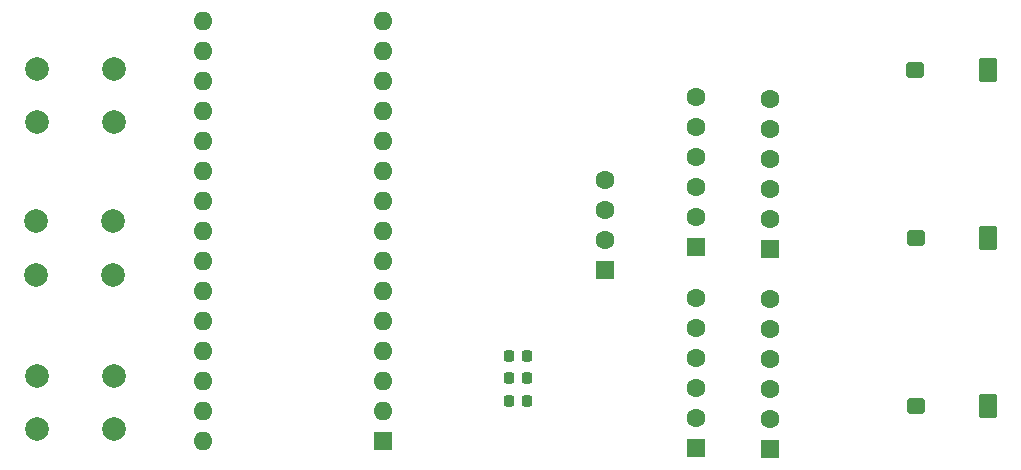
<source format=gbr>
%TF.GenerationSoftware,KiCad,Pcbnew,9.0.7*%
%TF.CreationDate,2026-01-06T19:32:14-08:00*%
%TF.ProjectId,v1.2,76312e32-2e6b-4696-9361-645f70636258,rev?*%
%TF.SameCoordinates,Original*%
%TF.FileFunction,Soldermask,Bot*%
%TF.FilePolarity,Negative*%
%FSLAX46Y46*%
G04 Gerber Fmt 4.6, Leading zero omitted, Abs format (unit mm)*
G04 Created by KiCad (PCBNEW 9.0.7) date 2026-01-06 19:32:14*
%MOMM*%
%LPD*%
G01*
G04 APERTURE LIST*
G04 Aperture macros list*
%AMRoundRect*
0 Rectangle with rounded corners*
0 $1 Rounding radius*
0 $2 $3 $4 $5 $6 $7 $8 $9 X,Y pos of 4 corners*
0 Add a 4 corners polygon primitive as box body*
4,1,4,$2,$3,$4,$5,$6,$7,$8,$9,$2,$3,0*
0 Add four circle primitives for the rounded corners*
1,1,$1+$1,$2,$3*
1,1,$1+$1,$4,$5*
1,1,$1+$1,$6,$7*
1,1,$1+$1,$8,$9*
0 Add four rect primitives between the rounded corners*
20,1,$1+$1,$2,$3,$4,$5,0*
20,1,$1+$1,$4,$5,$6,$7,0*
20,1,$1+$1,$6,$7,$8,$9,0*
20,1,$1+$1,$8,$9,$2,$3,0*%
G04 Aperture macros list end*
%ADD10C,2.000000*%
%ADD11RoundRect,0.150000X-0.550000X-0.450000X0.550000X-0.450000X0.550000X0.450000X-0.550000X0.450000X0*%
%ADD12RoundRect,0.175000X-0.525000X-0.825000X0.525000X-0.825000X0.525000X0.825000X-0.525000X0.825000X0*%
%ADD13RoundRect,0.162500X-0.587500X-0.487500X0.587500X-0.487500X0.587500X0.487500X-0.587500X0.487500X0*%
%ADD14RoundRect,0.187500X-0.562500X-0.862500X0.562500X-0.862500X0.562500X0.862500X-0.562500X0.862500X0*%
%ADD15C,1.600000*%
%ADD16R,1.600000X1.600000*%
%ADD17O,1.600000X1.600000*%
%ADD18RoundRect,0.225000X0.225000X0.250000X-0.225000X0.250000X-0.225000X-0.250000X0.225000X-0.250000X0*%
G04 APERTURE END LIST*
D10*
%TO.C,SW3*%
X46600000Y-117700000D03*
X53100000Y-117700000D03*
X46600000Y-113200000D03*
X53100000Y-113200000D03*
%TD*%
%TO.C,SW2*%
X53000000Y-126100000D03*
X46500000Y-126100000D03*
X53000000Y-130600000D03*
X46500000Y-130600000D03*
%TD*%
%TO.C,SW1*%
X53100000Y-139200000D03*
X46600000Y-139200000D03*
X53100000Y-143700000D03*
X46600000Y-143700000D03*
%TD*%
D11*
%TO.C,D2*%
X121000000Y-141700000D03*
D12*
X127100000Y-141700000D03*
D13*
X121000000Y-141700000D03*
D14*
X127100000Y-141700000D03*
%TD*%
D11*
%TO.C,D3*%
X120950000Y-113300000D03*
D12*
X127050000Y-113300000D03*
D13*
X120950000Y-113300000D03*
D14*
X127050000Y-113300000D03*
%TD*%
D11*
%TO.C,D4*%
X121000000Y-127500000D03*
D12*
X127100000Y-127500000D03*
D13*
X121000000Y-127500000D03*
D14*
X127100000Y-127500000D03*
%TD*%
D15*
%TO.C,J1*%
X94700000Y-122600000D03*
X94700000Y-125140000D03*
X94700000Y-127680000D03*
D16*
X94700000Y-130220000D03*
%TD*%
%TO.C,J4*%
X102400000Y-145300000D03*
D15*
X102400000Y-142760000D03*
X102400000Y-137680000D03*
X102400000Y-140220000D03*
X102400000Y-135140000D03*
X102400000Y-132600000D03*
%TD*%
D16*
%TO.C,J3*%
X108600000Y-145400000D03*
D15*
X108600000Y-142860000D03*
X108600000Y-137780000D03*
X108600000Y-140320000D03*
X108600000Y-135240000D03*
X108600000Y-132700000D03*
%TD*%
D16*
%TO.C,J2*%
X102400000Y-128300000D03*
D15*
X102400000Y-125760000D03*
X102400000Y-123220000D03*
X102400000Y-120680000D03*
X102400000Y-118140000D03*
X102400000Y-115600000D03*
%TD*%
D16*
%TO.C,J5*%
X108600000Y-128400000D03*
D15*
X108600000Y-125860000D03*
X108600000Y-123320000D03*
X108600000Y-120780000D03*
X108600000Y-118240000D03*
X108600000Y-115700000D03*
%TD*%
D16*
%TO.C,A1*%
X75840000Y-144660000D03*
D17*
X75840000Y-142120000D03*
X75840000Y-139580000D03*
X75840000Y-137040000D03*
X75840000Y-134500000D03*
X75840000Y-131960000D03*
X75840000Y-129420000D03*
X75840000Y-126880000D03*
X75840000Y-124340000D03*
X75840000Y-121800000D03*
X75840000Y-119260000D03*
X75840000Y-116720000D03*
X75840000Y-114180000D03*
X75840000Y-111640000D03*
X75840000Y-109100000D03*
X60600000Y-109100000D03*
X60600000Y-111640000D03*
X60600000Y-114180000D03*
X60600000Y-116720000D03*
X60600000Y-119260000D03*
X60600000Y-121800000D03*
X60600000Y-124340000D03*
X60600000Y-126880000D03*
X60600000Y-129420000D03*
X60600000Y-131960000D03*
X60600000Y-134500000D03*
X60600000Y-137040000D03*
X60600000Y-139580000D03*
X60600000Y-142120000D03*
X60600000Y-144660000D03*
%TD*%
D18*
%TO.C,C3*%
X88100000Y-139400000D03*
X86550000Y-139400000D03*
%TD*%
%TO.C,C1*%
X88100000Y-141300000D03*
X86550000Y-141300000D03*
%TD*%
%TO.C,C2*%
X88100000Y-137500000D03*
X86550000Y-137500000D03*
%TD*%
M02*

</source>
